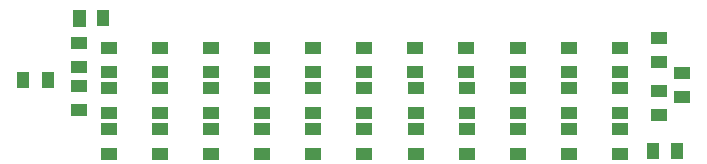
<source format=gbr>
%FSLAX34Y34*%
%MOMM*%
%LNSMDMASK_BOTTOM*%
G71*
G01*
%ADD10R,1.400X1.100*%
%ADD11R,1.100X1.400*%
%LPD*%
X160447Y-140653D02*
G54D10*
D03*
X160447Y-161253D02*
G54D10*
D03*
X160447Y-175303D02*
G54D10*
D03*
X160447Y-195903D02*
G54D10*
D03*
X160347Y-126746D02*
G54D10*
D03*
X160347Y-106146D02*
G54D10*
D03*
X203647Y-140654D02*
G54D10*
D03*
X203647Y-161254D02*
G54D10*
D03*
X203647Y-175304D02*
G54D10*
D03*
X203647Y-195904D02*
G54D10*
D03*
X203547Y-126747D02*
G54D10*
D03*
X203547Y-106147D02*
G54D10*
D03*
X246947Y-140653D02*
G54D10*
D03*
X246947Y-161253D02*
G54D10*
D03*
X246947Y-175303D02*
G54D10*
D03*
X246947Y-195903D02*
G54D10*
D03*
X246847Y-126746D02*
G54D10*
D03*
X246847Y-106146D02*
G54D10*
D03*
X290147Y-140654D02*
G54D10*
D03*
X290147Y-161254D02*
G54D10*
D03*
X290147Y-175304D02*
G54D10*
D03*
X290147Y-195904D02*
G54D10*
D03*
X290047Y-126747D02*
G54D10*
D03*
X290047Y-106147D02*
G54D10*
D03*
X333447Y-140653D02*
G54D10*
D03*
X333447Y-161253D02*
G54D10*
D03*
X333447Y-175303D02*
G54D10*
D03*
X333447Y-195903D02*
G54D10*
D03*
X333347Y-126746D02*
G54D10*
D03*
X333347Y-106146D02*
G54D10*
D03*
X376647Y-140654D02*
G54D10*
D03*
X376647Y-161254D02*
G54D10*
D03*
X376647Y-175304D02*
G54D10*
D03*
X376647Y-195904D02*
G54D10*
D03*
X376547Y-126747D02*
G54D10*
D03*
X376547Y-106147D02*
G54D10*
D03*
X419947Y-140653D02*
G54D10*
D03*
X419947Y-161253D02*
G54D10*
D03*
X419947Y-175303D02*
G54D10*
D03*
X419947Y-195903D02*
G54D10*
D03*
X419847Y-126746D02*
G54D10*
D03*
X419847Y-106146D02*
G54D10*
D03*
X463147Y-140654D02*
G54D10*
D03*
X463147Y-161254D02*
G54D10*
D03*
X463147Y-175304D02*
G54D10*
D03*
X463147Y-195904D02*
G54D10*
D03*
X463047Y-126747D02*
G54D10*
D03*
X463047Y-106147D02*
G54D10*
D03*
X506447Y-140654D02*
G54D10*
D03*
X506447Y-161254D02*
G54D10*
D03*
X506447Y-175304D02*
G54D10*
D03*
X506447Y-195904D02*
G54D10*
D03*
X506347Y-126747D02*
G54D10*
D03*
X506347Y-106147D02*
G54D10*
D03*
X549647Y-140654D02*
G54D10*
D03*
X549647Y-161254D02*
G54D10*
D03*
X549647Y-175304D02*
G54D10*
D03*
X549647Y-195904D02*
G54D10*
D03*
X549547Y-126748D02*
G54D10*
D03*
X549547Y-106148D02*
G54D10*
D03*
X135000Y-102138D02*
G54D10*
D03*
X135000Y-122738D02*
G54D10*
D03*
X135000Y-138438D02*
G54D10*
D03*
X135000Y-159038D02*
G54D10*
D03*
G36*
X129492Y-74495D02*
X140492Y-74495D01*
X140493Y-88495D01*
X129493Y-88495D01*
X129492Y-74495D01*
G37*
X155592Y-81495D02*
G54D11*
D03*
X108456Y-133717D02*
G54D11*
D03*
X87856Y-133717D02*
G54D11*
D03*
X592847Y-140655D02*
G54D10*
D03*
X592847Y-161255D02*
G54D10*
D03*
X592847Y-175305D02*
G54D10*
D03*
X592847Y-195905D02*
G54D10*
D03*
X592747Y-126748D02*
G54D10*
D03*
X592747Y-106148D02*
G54D10*
D03*
X626320Y-142886D02*
G54D10*
D03*
X626320Y-163487D02*
G54D10*
D03*
X626000Y-98138D02*
G54D10*
D03*
X626000Y-118738D02*
G54D10*
D03*
X641544Y-193351D02*
G54D11*
D03*
X620944Y-193351D02*
G54D11*
D03*
X645397Y-127304D02*
G54D10*
D03*
X645397Y-147904D02*
G54D10*
D03*
M02*

</source>
